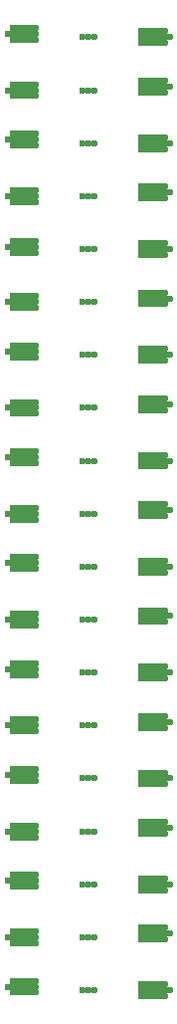
<source format=gbr>
%TF.GenerationSoftware,KiCad,Pcbnew,9.0.6*%
%TF.CreationDate,2025-12-24T02:22:15+01:00*%
%TF.ProjectId,secondary_mmc,7365636f-6e64-4617-9279-5f6d6d632e6b,rev?*%
%TF.SameCoordinates,Original*%
%TF.FileFunction,Copper,L2,Bot*%
%TF.FilePolarity,Positive*%
%FSLAX46Y46*%
G04 Gerber Fmt 4.6, Leading zero omitted, Abs format (unit mm)*
G04 Created by KiCad (PCBNEW 9.0.6) date 2025-12-24 02:22:15*
%MOMM*%
%LPD*%
G01*
G04 APERTURE LIST*
%TA.AperFunction,ViaPad*%
%ADD10C,0.600000*%
%TD*%
G04 APERTURE END LIST*
D10*
%TO.N,Net-(C19-Pad2)*%
X113000000Y-167100000D03*
X113500000Y-167100000D03*
X114000000Y-167100000D03*
%TO.N,Net-(C18-Pad2)*%
X113000000Y-162600000D03*
X113500000Y-162600000D03*
X114000000Y-162600000D03*
%TO.N,Net-(C17-Pad2)*%
X113000000Y-158100000D03*
X113500000Y-158100000D03*
X114000000Y-158100000D03*
%TO.N,Net-(C16-Pad2)*%
X113000000Y-153600000D03*
X113500000Y-153600000D03*
X114000000Y-153600000D03*
%TO.N,Net-(C15-Pad2)*%
X113000000Y-149100000D03*
X113500000Y-149100000D03*
X114000000Y-149100000D03*
%TO.N,Net-(C14-Pad2)*%
X113000000Y-144600000D03*
X113500000Y-144600000D03*
X114000000Y-144600000D03*
%TO.N,Net-(C13-Pad2)*%
X113000000Y-140100000D03*
X113500000Y-140100000D03*
X114000000Y-140100000D03*
%TO.N,Net-(C12-Pad2)*%
X113000000Y-135600000D03*
X113500000Y-135600000D03*
X114000000Y-135600000D03*
%TO.N,Net-(C11-Pad2)*%
X113000000Y-131100000D03*
X113500000Y-131100000D03*
X114000000Y-131100000D03*
%TO.N,Net-(C10-Pad2)*%
X113000000Y-126600000D03*
X113500000Y-126600000D03*
X114000000Y-126600000D03*
%TO.N,Net-(C10-Pad1)*%
X113000000Y-122100000D03*
X113500000Y-122100000D03*
X114000000Y-122100000D03*
%TO.N,Net-(C8-Pad2)*%
X113000000Y-117600000D03*
X113500000Y-117600000D03*
X114000000Y-117600000D03*
%TO.N,Net-(C7-Pad2)*%
X113000000Y-113100000D03*
X113500000Y-113100000D03*
X114000000Y-113100000D03*
%TO.N,Net-(C6-Pad2)*%
X113000000Y-108600000D03*
X113500000Y-108600000D03*
X114000000Y-108600000D03*
%TO.N,Net-(C5-Pad2)*%
X113000000Y-104100000D03*
X113500000Y-104100000D03*
X114000000Y-104100000D03*
%TO.N,Net-(C4-Pad2)*%
X113000000Y-99600000D03*
X113500000Y-99600000D03*
X114000000Y-99600000D03*
%TO.N,Net-(C3-Pad2)*%
X113000000Y-95100000D03*
X113500000Y-95100000D03*
X114000000Y-95100000D03*
%TO.N,Net-(C2-Pad2)*%
X113000000Y-90600000D03*
X113500000Y-90600000D03*
X114000000Y-90600000D03*
%TO.N,Net-(C1-Pad2)*%
X113500000Y-86062500D03*
X114000000Y-86062500D03*
X113000000Y-86062500D03*
%TO.N,Net-(C19-Pad2)*%
X119600000Y-166600000D03*
X118000000Y-167600000D03*
X119600000Y-167600000D03*
X118000000Y-166600000D03*
X120000000Y-166600000D03*
X118400000Y-167600000D03*
X118800000Y-166600000D03*
X120000000Y-167600000D03*
X118400000Y-166600000D03*
X119200000Y-167600000D03*
X118800000Y-167600000D03*
X119200000Y-166600000D03*
X108600000Y-166300000D03*
X107000000Y-167300000D03*
X108600000Y-167300000D03*
X107000000Y-166300000D03*
X109000000Y-166300000D03*
X107400000Y-167300000D03*
X107800000Y-166300000D03*
X109000000Y-167300000D03*
X107400000Y-166300000D03*
X108200000Y-167300000D03*
X107800000Y-167300000D03*
X108200000Y-166300000D03*
%TO.N,Net-(C18-Pad2)*%
X108600000Y-162100000D03*
X107000000Y-163100000D03*
X108600000Y-163100000D03*
X107000000Y-162100000D03*
X109000000Y-162100000D03*
X107400000Y-163100000D03*
X107800000Y-162100000D03*
X109000000Y-163100000D03*
X107400000Y-162100000D03*
X108200000Y-163100000D03*
X107800000Y-163100000D03*
X108200000Y-162100000D03*
X119600000Y-161800000D03*
X118000000Y-162800000D03*
X119600000Y-162800000D03*
X118000000Y-161800000D03*
X120000000Y-161800000D03*
X118400000Y-162800000D03*
X118800000Y-161800000D03*
X120000000Y-162800000D03*
X118400000Y-161800000D03*
X119200000Y-162800000D03*
X118800000Y-162800000D03*
X119200000Y-161800000D03*
%TO.N,Net-(C17-Pad2)*%
X119600000Y-157600000D03*
X118000000Y-158600000D03*
X119600000Y-158600000D03*
X118000000Y-157600000D03*
X120000000Y-157600000D03*
X118400000Y-158600000D03*
X118800000Y-157600000D03*
X120000000Y-158600000D03*
X118400000Y-157600000D03*
X119200000Y-158600000D03*
X118800000Y-158600000D03*
X119200000Y-157600000D03*
X108600000Y-157300000D03*
X107000000Y-158300000D03*
X108600000Y-158300000D03*
X107000000Y-157300000D03*
X109000000Y-157300000D03*
X107400000Y-158300000D03*
X107800000Y-157300000D03*
X109000000Y-158300000D03*
X107400000Y-157300000D03*
X108200000Y-158300000D03*
X107800000Y-158300000D03*
X108200000Y-157300000D03*
%TO.N,Net-(C16-Pad2)*%
X108600000Y-153100000D03*
X107000000Y-154100000D03*
X108600000Y-154100000D03*
X107000000Y-153100000D03*
X109000000Y-153100000D03*
X107400000Y-154100000D03*
X107800000Y-153100000D03*
X109000000Y-154100000D03*
X107400000Y-153100000D03*
X108200000Y-154100000D03*
X107800000Y-154100000D03*
X108200000Y-153100000D03*
X119600000Y-152800000D03*
X118000000Y-153800000D03*
X119600000Y-153800000D03*
X118000000Y-152800000D03*
X120000000Y-152800000D03*
X118400000Y-153800000D03*
X118800000Y-152800000D03*
X120000000Y-153800000D03*
X118400000Y-152800000D03*
X119200000Y-153800000D03*
X118800000Y-153800000D03*
X119200000Y-152800000D03*
%TO.N,Net-(C15-Pad2)*%
X119600000Y-148600000D03*
X118000000Y-149600000D03*
X119600000Y-149600000D03*
X118000000Y-148600000D03*
X120000000Y-148600000D03*
X118400000Y-149600000D03*
X118800000Y-148600000D03*
X120000000Y-149600000D03*
X118400000Y-148600000D03*
X119200000Y-149600000D03*
X118800000Y-149600000D03*
X119200000Y-148600000D03*
X108600000Y-148300000D03*
X107000000Y-149300000D03*
X108600000Y-149300000D03*
X107000000Y-148300000D03*
X109000000Y-148300000D03*
X107400000Y-149300000D03*
X107800000Y-148300000D03*
X109000000Y-149300000D03*
X107400000Y-148300000D03*
X108200000Y-149300000D03*
X107800000Y-149300000D03*
X108200000Y-148300000D03*
%TO.N,Net-(C14-Pad2)*%
X119600000Y-143800000D03*
X118000000Y-144800000D03*
X119600000Y-144800000D03*
X118000000Y-143800000D03*
X120000000Y-143800000D03*
X118400000Y-144800000D03*
X118800000Y-143800000D03*
X120000000Y-144800000D03*
X118400000Y-143800000D03*
X119200000Y-144800000D03*
X118800000Y-144800000D03*
X119200000Y-143800000D03*
X108600000Y-144100000D03*
X107000000Y-145100000D03*
X108600000Y-145100000D03*
X107000000Y-144100000D03*
X109000000Y-144100000D03*
X107400000Y-145100000D03*
X107800000Y-144100000D03*
X109000000Y-145100000D03*
X107400000Y-144100000D03*
X108200000Y-145100000D03*
X107800000Y-145100000D03*
X108200000Y-144100000D03*
%TO.N,Net-(C13-Pad2)*%
X119600000Y-139600000D03*
X118000000Y-140600000D03*
X119600000Y-140600000D03*
X118000000Y-139600000D03*
X120000000Y-139600000D03*
X118400000Y-140600000D03*
X118800000Y-139600000D03*
X120000000Y-140600000D03*
X118400000Y-139600000D03*
X119200000Y-140600000D03*
X118800000Y-140600000D03*
X119200000Y-139600000D03*
X108600000Y-139300000D03*
X107000000Y-140300000D03*
X108600000Y-140300000D03*
X107000000Y-139300000D03*
X109000000Y-139300000D03*
X107400000Y-140300000D03*
X107800000Y-139300000D03*
X109000000Y-140300000D03*
X107400000Y-139300000D03*
X108200000Y-140300000D03*
X107800000Y-140300000D03*
X108200000Y-139300000D03*
%TO.N,Net-(C12-Pad2)*%
X119600000Y-134800000D03*
X118000000Y-135800000D03*
X119600000Y-135800000D03*
X118000000Y-134800000D03*
X120000000Y-134800000D03*
X118400000Y-135800000D03*
X118800000Y-134800000D03*
X120000000Y-135800000D03*
X118400000Y-134800000D03*
X119200000Y-135800000D03*
X118800000Y-135800000D03*
X119200000Y-134800000D03*
X108600000Y-135100000D03*
X107000000Y-136100000D03*
X108600000Y-136100000D03*
X107000000Y-135100000D03*
X109000000Y-135100000D03*
X107400000Y-136100000D03*
X107800000Y-135100000D03*
X109000000Y-136100000D03*
X107400000Y-135100000D03*
X108200000Y-136100000D03*
X107800000Y-136100000D03*
X108200000Y-135100000D03*
%TO.N,Net-(C11-Pad2)*%
X119600000Y-130600000D03*
X118000000Y-131600000D03*
X119600000Y-131600000D03*
X118000000Y-130600000D03*
X120000000Y-130600000D03*
X118400000Y-131600000D03*
X118800000Y-130600000D03*
X120000000Y-131600000D03*
X118400000Y-130600000D03*
X119200000Y-131600000D03*
X118800000Y-131600000D03*
X119200000Y-130600000D03*
X108600000Y-130300000D03*
X107000000Y-131300000D03*
X108600000Y-131300000D03*
X107000000Y-130300000D03*
X109000000Y-130300000D03*
X107400000Y-131300000D03*
X107800000Y-130300000D03*
X109000000Y-131300000D03*
X107400000Y-130300000D03*
X108200000Y-131300000D03*
X107800000Y-131300000D03*
X108200000Y-130300000D03*
%TO.N,Net-(C10-Pad2)*%
X119600000Y-125800000D03*
X118000000Y-126800000D03*
X119600000Y-126800000D03*
X118000000Y-125800000D03*
X120000000Y-125800000D03*
X118400000Y-126800000D03*
X118800000Y-125800000D03*
X120000000Y-126800000D03*
X118400000Y-125800000D03*
X119200000Y-126800000D03*
X118800000Y-126800000D03*
X119200000Y-125800000D03*
X108600000Y-126100000D03*
X107000000Y-127100000D03*
X108600000Y-127100000D03*
X107000000Y-126100000D03*
X109000000Y-126100000D03*
X107400000Y-127100000D03*
X107800000Y-126100000D03*
X109000000Y-127100000D03*
X107400000Y-126100000D03*
X108200000Y-127100000D03*
X107800000Y-127100000D03*
X108200000Y-126100000D03*
%TO.N,Net-(C10-Pad1)*%
X108600000Y-121300000D03*
X107000000Y-122300000D03*
X108600000Y-122300000D03*
X107000000Y-121300000D03*
X109000000Y-121300000D03*
X107400000Y-122300000D03*
X107800000Y-121300000D03*
X109000000Y-122300000D03*
X107400000Y-121300000D03*
X108200000Y-122300000D03*
X107800000Y-122300000D03*
X108200000Y-121300000D03*
X119600000Y-121600000D03*
X118000000Y-122600000D03*
X119600000Y-122600000D03*
X118000000Y-121600000D03*
X120000000Y-121600000D03*
X118400000Y-122600000D03*
X118800000Y-121600000D03*
X120000000Y-122600000D03*
X118400000Y-121600000D03*
X119200000Y-122600000D03*
X118800000Y-122600000D03*
X119200000Y-121600000D03*
%TO.N,Net-(C8-Pad2)*%
X119600000Y-116800000D03*
X118000000Y-117800000D03*
X119600000Y-117800000D03*
X118000000Y-116800000D03*
X120000000Y-116800000D03*
X118400000Y-117800000D03*
X118800000Y-116800000D03*
X120000000Y-117800000D03*
X118400000Y-116800000D03*
X119200000Y-117800000D03*
X118800000Y-117800000D03*
X119200000Y-116800000D03*
X108600000Y-117100000D03*
X107000000Y-118100000D03*
X108600000Y-118100000D03*
X107000000Y-117100000D03*
X109000000Y-117100000D03*
X107400000Y-118100000D03*
X107800000Y-117100000D03*
X109000000Y-118100000D03*
X107400000Y-117100000D03*
X108200000Y-118100000D03*
X107800000Y-118100000D03*
X108200000Y-117100000D03*
%TO.N,Net-(C6-Pad2)*%
X108600000Y-108100000D03*
X107000000Y-109100000D03*
X108600000Y-109100000D03*
X107000000Y-108100000D03*
X109000000Y-108100000D03*
X107400000Y-109100000D03*
X107800000Y-108100000D03*
X109000000Y-109100000D03*
X107400000Y-108100000D03*
X108200000Y-109100000D03*
X107800000Y-109100000D03*
X108200000Y-108100000D03*
%TO.N,Net-(C7-Pad2)*%
X108600000Y-112300000D03*
X107000000Y-113300000D03*
X108600000Y-113300000D03*
X107000000Y-112300000D03*
X109000000Y-112300000D03*
X107400000Y-113300000D03*
X107800000Y-112300000D03*
X109000000Y-113300000D03*
X107400000Y-112300000D03*
X108200000Y-113300000D03*
X107800000Y-113300000D03*
X108200000Y-112300000D03*
X119600000Y-112600000D03*
X118000000Y-113600000D03*
X119600000Y-113600000D03*
X118000000Y-112600000D03*
X120000000Y-112600000D03*
X118400000Y-113600000D03*
X118800000Y-112600000D03*
X120000000Y-113600000D03*
X118400000Y-112600000D03*
X119200000Y-113600000D03*
X118800000Y-113600000D03*
X119200000Y-112600000D03*
%TO.N,Net-(C6-Pad2)*%
X119600000Y-107800000D03*
X118000000Y-108800000D03*
X119600000Y-108800000D03*
X118000000Y-107800000D03*
X120000000Y-107800000D03*
X118400000Y-108800000D03*
X118800000Y-107800000D03*
X120000000Y-108800000D03*
X118400000Y-107800000D03*
X119200000Y-108800000D03*
X118800000Y-108800000D03*
X119200000Y-107800000D03*
%TO.N,Net-(C5-Pad2)*%
X119600000Y-103600000D03*
X118000000Y-104600000D03*
X119600000Y-104600000D03*
X118000000Y-103600000D03*
X120000000Y-103600000D03*
X118400000Y-104600000D03*
X118800000Y-103600000D03*
X120000000Y-104600000D03*
X118400000Y-103600000D03*
X119200000Y-104600000D03*
X118800000Y-104600000D03*
X119200000Y-103600000D03*
X108600000Y-103400000D03*
X107000000Y-104400000D03*
X108600000Y-104400000D03*
X107000000Y-103400000D03*
X109000000Y-103400000D03*
X107400000Y-104400000D03*
X107800000Y-103400000D03*
X109000000Y-104400000D03*
X107400000Y-103400000D03*
X108200000Y-104400000D03*
X107800000Y-104400000D03*
X108200000Y-103400000D03*
%TO.N,Net-(C4-Pad2)*%
X108600000Y-99100000D03*
X107000000Y-100100000D03*
X108600000Y-100100000D03*
X107000000Y-99100000D03*
X109000000Y-99100000D03*
X107400000Y-100100000D03*
X107800000Y-99100000D03*
X109000000Y-100100000D03*
X107400000Y-99100000D03*
X108200000Y-100100000D03*
X107800000Y-100100000D03*
X108200000Y-99100000D03*
X119600000Y-98800000D03*
X118000000Y-99800000D03*
X119600000Y-99800000D03*
X118000000Y-98800000D03*
X120000000Y-98800000D03*
X118400000Y-99800000D03*
X118800000Y-98800000D03*
X120000000Y-99800000D03*
X118400000Y-98800000D03*
X119200000Y-99800000D03*
X118800000Y-99800000D03*
X119200000Y-98800000D03*
%TO.N,Net-(C3-Pad2)*%
X119600000Y-94600000D03*
X118000000Y-95600000D03*
X119600000Y-95600000D03*
X118000000Y-94600000D03*
X120000000Y-94600000D03*
X118400000Y-95600000D03*
X118800000Y-94600000D03*
X120000000Y-95600000D03*
X118400000Y-94600000D03*
X119200000Y-95600000D03*
X118800000Y-95600000D03*
X119200000Y-94600000D03*
X108600000Y-94300000D03*
X107000000Y-95300000D03*
X108600000Y-95300000D03*
X107000000Y-94300000D03*
X109000000Y-94300000D03*
X107400000Y-95300000D03*
X107800000Y-94300000D03*
X109000000Y-95300000D03*
X107400000Y-94300000D03*
X108200000Y-95300000D03*
X107800000Y-95300000D03*
X108200000Y-94300000D03*
%TO.N,Net-(C2-Pad2)*%
X108600000Y-90100000D03*
X107000000Y-91100000D03*
X108600000Y-91100000D03*
X107000000Y-90100000D03*
X109000000Y-90100000D03*
X107400000Y-91100000D03*
X107800000Y-90100000D03*
X109000000Y-91100000D03*
X107400000Y-90100000D03*
X108200000Y-91100000D03*
X107800000Y-91100000D03*
X108200000Y-90100000D03*
X119600000Y-89800000D03*
X118000000Y-90800000D03*
X119600000Y-90800000D03*
X118000000Y-89800000D03*
X120000000Y-89800000D03*
X118400000Y-90800000D03*
X118800000Y-89800000D03*
X120000000Y-90800000D03*
X118400000Y-89800000D03*
X119200000Y-90800000D03*
X118800000Y-90800000D03*
X119200000Y-89800000D03*
%TO.N,Net-(C1-Pad2)*%
X119600000Y-85600000D03*
X118000000Y-86600000D03*
X119600000Y-86600000D03*
X118000000Y-85600000D03*
X120000000Y-85600000D03*
X118400000Y-86600000D03*
X118800000Y-85600000D03*
X120000000Y-86600000D03*
X118400000Y-85600000D03*
X119200000Y-86600000D03*
X118800000Y-86600000D03*
X119200000Y-85600000D03*
X108200000Y-86300000D03*
X107800000Y-86300000D03*
X107000000Y-86300000D03*
X107400000Y-86300000D03*
X109000000Y-86300000D03*
X108600000Y-86300000D03*
X108200000Y-85300000D03*
X107800000Y-85300000D03*
X107000000Y-85300000D03*
X107400000Y-85300000D03*
X109000000Y-85300000D03*
X108600000Y-85300000D03*
%TO.N,Net-(C19-Pad2)*%
X108200000Y-166800000D03*
X107800000Y-166800000D03*
X106600000Y-166800000D03*
X107000000Y-166800000D03*
X107400000Y-166800000D03*
X109000000Y-166800000D03*
X108600000Y-166800000D03*
%TO.N,Net-(C18-Pad2)*%
X108200000Y-162600000D03*
X107800000Y-162600000D03*
X106600000Y-162600000D03*
X107000000Y-162600000D03*
X107400000Y-162600000D03*
X109000000Y-162600000D03*
X108600000Y-162600000D03*
%TO.N,Net-(C17-Pad2)*%
X108200000Y-157800000D03*
X107800000Y-157800000D03*
X106600000Y-157800000D03*
X107000000Y-157800000D03*
X107400000Y-157800000D03*
X109000000Y-157800000D03*
X108600000Y-157800000D03*
%TO.N,Net-(C16-Pad2)*%
X108200000Y-153600000D03*
X107800000Y-153600000D03*
X106600000Y-153600000D03*
X107000000Y-153600000D03*
X107400000Y-153600000D03*
X109000000Y-153600000D03*
X108600000Y-153600000D03*
%TO.N,Net-(C15-Pad2)*%
X108200000Y-148800000D03*
X107800000Y-148800000D03*
X106600000Y-148800000D03*
X107000000Y-148800000D03*
X107400000Y-148800000D03*
X109000000Y-148800000D03*
X108600000Y-148800000D03*
%TO.N,Net-(C14-Pad2)*%
X108200000Y-144600000D03*
X107800000Y-144600000D03*
X106600000Y-144600000D03*
X107000000Y-144600000D03*
X107400000Y-144600000D03*
X109000000Y-144600000D03*
X108600000Y-144600000D03*
%TO.N,Net-(C13-Pad2)*%
X108200000Y-139800000D03*
X107800000Y-139800000D03*
X106600000Y-139800000D03*
X107000000Y-139800000D03*
X107400000Y-139800000D03*
X109000000Y-139800000D03*
X108600000Y-139800000D03*
%TO.N,Net-(C12-Pad2)*%
X108200000Y-135600000D03*
X107800000Y-135600000D03*
X106600000Y-135600000D03*
X107000000Y-135600000D03*
X107400000Y-135600000D03*
X109000000Y-135600000D03*
X108600000Y-135600000D03*
%TO.N,Net-(C11-Pad2)*%
X108200000Y-130800000D03*
X107800000Y-130800000D03*
X106600000Y-130800000D03*
X107000000Y-130800000D03*
X107400000Y-130800000D03*
X109000000Y-130800000D03*
X108600000Y-130800000D03*
%TO.N,Net-(C10-Pad2)*%
X108200000Y-126600000D03*
X107800000Y-126600000D03*
X106600000Y-126600000D03*
X107000000Y-126600000D03*
X107400000Y-126600000D03*
X109000000Y-126600000D03*
X108600000Y-126600000D03*
%TO.N,Net-(C10-Pad1)*%
X108200000Y-121800000D03*
X107800000Y-121800000D03*
X106600000Y-121800000D03*
X107000000Y-121800000D03*
X107400000Y-121800000D03*
X109000000Y-121800000D03*
X108600000Y-121800000D03*
%TO.N,Net-(C8-Pad2)*%
X108200000Y-117600000D03*
X107800000Y-117600000D03*
X106600000Y-117600000D03*
X107000000Y-117600000D03*
X107400000Y-117600000D03*
X109000000Y-117600000D03*
X108600000Y-117600000D03*
%TO.N,Net-(C7-Pad2)*%
X108200000Y-112800000D03*
X107800000Y-112800000D03*
X106600000Y-112800000D03*
X107000000Y-112800000D03*
X107400000Y-112800000D03*
X109000000Y-112800000D03*
X108600000Y-112800000D03*
%TO.N,Net-(C6-Pad2)*%
X108200000Y-108600000D03*
X107800000Y-108600000D03*
X106600000Y-108600000D03*
X107000000Y-108600000D03*
X107400000Y-108600000D03*
X109000000Y-108600000D03*
X108600000Y-108600000D03*
%TO.N,Net-(C5-Pad2)*%
X108200000Y-103900000D03*
X107800000Y-103900000D03*
X106600000Y-103900000D03*
X107000000Y-103900000D03*
X107400000Y-103900000D03*
X109000000Y-103900000D03*
X108600000Y-103900000D03*
%TO.N,Net-(C4-Pad2)*%
X108200000Y-99600000D03*
X107800000Y-99600000D03*
X106600000Y-99600000D03*
X107000000Y-99600000D03*
X107400000Y-99600000D03*
X109000000Y-99600000D03*
X108600000Y-99600000D03*
%TO.N,Net-(C3-Pad2)*%
X108200000Y-94800000D03*
X107800000Y-94800000D03*
X106600000Y-94800000D03*
X107000000Y-94800000D03*
X107400000Y-94800000D03*
X109000000Y-94800000D03*
X108600000Y-94800000D03*
%TO.N,Net-(C2-Pad2)*%
X108200000Y-90600000D03*
X107800000Y-90600000D03*
X106600000Y-90600000D03*
X107000000Y-90600000D03*
X107400000Y-90600000D03*
X109000000Y-90600000D03*
X108600000Y-90600000D03*
%TO.N,Net-(C19-Pad2)*%
X119600000Y-167100000D03*
X119200000Y-167100000D03*
X118000000Y-167100000D03*
X118400000Y-167100000D03*
X118800000Y-167100000D03*
X120400000Y-167100000D03*
X120000000Y-167100000D03*
%TO.N,Net-(C18-Pad2)*%
X119600000Y-162300000D03*
X119200000Y-162300000D03*
X118000000Y-162300000D03*
X118400000Y-162300000D03*
X118800000Y-162300000D03*
X120400000Y-162300000D03*
X120000000Y-162300000D03*
%TO.N,Net-(C17-Pad2)*%
X119600000Y-158100000D03*
X119200000Y-158100000D03*
X118000000Y-158100000D03*
X118400000Y-158100000D03*
X118800000Y-158100000D03*
X120400000Y-158100000D03*
X120000000Y-158100000D03*
%TO.N,Net-(C16-Pad2)*%
X119600000Y-153300000D03*
X119200000Y-153300000D03*
X118000000Y-153300000D03*
X118400000Y-153300000D03*
X118800000Y-153300000D03*
X120400000Y-153300000D03*
X120000000Y-153300000D03*
%TO.N,Net-(C15-Pad2)*%
X119600000Y-149100000D03*
X119200000Y-149100000D03*
X118000000Y-149100000D03*
X118400000Y-149100000D03*
X118800000Y-149100000D03*
X120400000Y-149100000D03*
X120000000Y-149100000D03*
%TO.N,Net-(C14-Pad2)*%
X119600000Y-144300000D03*
X119200000Y-144300000D03*
X118000000Y-144300000D03*
X118400000Y-144300000D03*
X118800000Y-144300000D03*
X120400000Y-144300000D03*
X120000000Y-144300000D03*
%TO.N,Net-(C13-Pad2)*%
X119600000Y-140100000D03*
X119200000Y-140100000D03*
X118000000Y-140100000D03*
X118400000Y-140100000D03*
X118800000Y-140100000D03*
X120400000Y-140100000D03*
X120000000Y-140100000D03*
%TO.N,Net-(C12-Pad2)*%
X119600000Y-135300000D03*
X119200000Y-135300000D03*
X118000000Y-135300000D03*
X118400000Y-135300000D03*
X118800000Y-135300000D03*
X120400000Y-135300000D03*
X120000000Y-135300000D03*
%TO.N,Net-(C11-Pad2)*%
X119600000Y-131100000D03*
X119200000Y-131100000D03*
X118000000Y-131100000D03*
X118400000Y-131100000D03*
X118800000Y-131100000D03*
X120400000Y-131100000D03*
X120000000Y-131100000D03*
%TO.N,Net-(C10-Pad2)*%
X119600000Y-126300000D03*
X119200000Y-126300000D03*
X118000000Y-126300000D03*
X118400000Y-126300000D03*
X118800000Y-126300000D03*
X120400000Y-126300000D03*
X120000000Y-126300000D03*
%TO.N,Net-(C10-Pad1)*%
X119600000Y-122100000D03*
X119200000Y-122100000D03*
X118000000Y-122100000D03*
X118400000Y-122100000D03*
X118800000Y-122100000D03*
X120400000Y-122100000D03*
X120000000Y-122100000D03*
%TO.N,Net-(C8-Pad2)*%
X119600000Y-117300000D03*
X119200000Y-117300000D03*
X118000000Y-117300000D03*
X118400000Y-117300000D03*
X118800000Y-117300000D03*
X120400000Y-117300000D03*
X120000000Y-117300000D03*
%TO.N,Net-(C7-Pad2)*%
X119600000Y-113100000D03*
X119200000Y-113100000D03*
X118000000Y-113100000D03*
X118400000Y-113100000D03*
X118800000Y-113100000D03*
X120400000Y-113100000D03*
X120000000Y-113100000D03*
%TO.N,Net-(C6-Pad2)*%
X119600000Y-108300000D03*
X119200000Y-108300000D03*
X118000000Y-108300000D03*
X118400000Y-108300000D03*
X118800000Y-108300000D03*
X120400000Y-108300000D03*
X120000000Y-108300000D03*
%TO.N,Net-(C5-Pad2)*%
X119600000Y-104100000D03*
X119200000Y-104100000D03*
X118000000Y-104100000D03*
X118400000Y-104100000D03*
X118800000Y-104100000D03*
X120400000Y-104100000D03*
X120000000Y-104100000D03*
%TO.N,Net-(C4-Pad2)*%
X119600000Y-99300000D03*
X119200000Y-99300000D03*
X118000000Y-99300000D03*
X118400000Y-99300000D03*
X118800000Y-99300000D03*
X120400000Y-99300000D03*
X120000000Y-99300000D03*
%TO.N,Net-(C3-Pad2)*%
X119600000Y-95100000D03*
X119200000Y-95100000D03*
X118000000Y-95100000D03*
X118400000Y-95100000D03*
X118800000Y-95100000D03*
X120400000Y-95100000D03*
X120000000Y-95100000D03*
%TO.N,Net-(C2-Pad2)*%
X119600000Y-90300000D03*
X119200000Y-90300000D03*
X118000000Y-90300000D03*
X118400000Y-90300000D03*
X118800000Y-90300000D03*
X120400000Y-90300000D03*
X120000000Y-90300000D03*
%TO.N,Net-(C1-Pad2)*%
X119600000Y-86100000D03*
X119200000Y-86100000D03*
X118000000Y-86100000D03*
X118400000Y-86100000D03*
X118800000Y-86100000D03*
X120400000Y-86100000D03*
X120000000Y-86100000D03*
X106600000Y-85800000D03*
X109000000Y-85800000D03*
X108600000Y-85800000D03*
X108200000Y-85800000D03*
X107800000Y-85800000D03*
X107400000Y-85800000D03*
X107000000Y-85800000D03*
%TD*%
M02*

</source>
